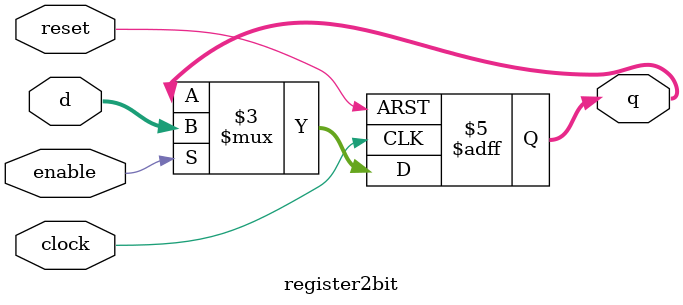
<source format=v>
`timescale 1ns / 1ps
`ifndef _register2bit
`define _register2bit
module register2bit(clock, reset, enable, d, q);

parameter WIDTH = 2 ;
parameter RESET = 0 ;

input clock;
input reset;
input enable;
input [WIDTH-1:0] d;
output [WIDTH-1:0] q;
reg [WIDTH-1:0] q;
initial q = RESET;

always @ (posedge clock, posedge reset)
  begin
  if(reset)
		q <= RESET;
  else if(enable)
	   q <= d;
  end
endmodule
`endif
</source>
